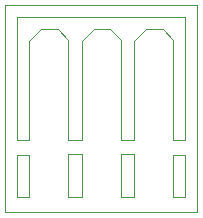
<source format=gko>
G04 #@! TF.FileFunction,Profile,NP*
%FSLAX46Y46*%
G04 Gerber Fmt 4.6, Leading zero omitted, Abs format (unit mm)*
G04 Created by KiCad (PCBNEW (2014-12-04 BZR 5312)-product) date 4/7/2015 10:47:18 PM*
%MOMM*%
G01*
G04 APERTURE LIST*
%ADD10C,0.100000*%
G04 APERTURE END LIST*
D10*
X105918000Y-72644000D02*
X105918000Y-76200000D01*
X121158000Y-77470000D02*
X120650000Y-77470000D01*
X121158000Y-59944000D02*
X121158000Y-77470000D01*
X104902000Y-59944000D02*
X121158000Y-59944000D01*
X104902000Y-77470000D02*
X104902000Y-59944000D01*
X105410000Y-77470000D02*
X104902000Y-77470000D01*
X105918000Y-76200000D02*
X106934000Y-76200000D01*
X105918000Y-72644000D02*
X106934000Y-72644000D01*
X105918000Y-71374000D02*
X106934000Y-71374000D01*
X120142000Y-76200000D02*
X119126000Y-76200000D01*
X120142000Y-72644000D02*
X120142000Y-76200000D01*
X120142000Y-72644000D02*
X119126000Y-72644000D01*
X119126000Y-71374000D02*
X120142000Y-71374000D01*
X120142000Y-60960000D02*
X105918000Y-60960000D01*
X120142000Y-71374000D02*
X120142000Y-60960000D01*
X105918000Y-71374000D02*
X105918000Y-60960000D01*
X119126000Y-71374000D02*
X119126000Y-68326000D01*
X106934000Y-68326000D02*
X106934000Y-71374000D01*
X119126000Y-72644000D02*
X119126000Y-76200000D01*
X106934000Y-72644000D02*
X106934000Y-76200000D01*
X119126000Y-77470000D02*
X120650000Y-77470000D01*
X105410000Y-77470000D02*
X106934000Y-77470000D01*
X115824000Y-76200000D02*
X115824000Y-72517000D01*
X114681000Y-76200000D02*
X115824000Y-76200000D01*
X114681000Y-72517000D02*
X114681000Y-76200000D01*
X115824000Y-71374000D02*
X115824000Y-68326000D01*
X114681000Y-71374000D02*
X115824000Y-71374000D01*
X114681000Y-68326000D02*
X114681000Y-71374000D01*
X111379000Y-76200000D02*
X111379000Y-72517000D01*
X110236000Y-76200000D02*
X111379000Y-76200000D01*
X110236000Y-72517000D02*
X110236000Y-76200000D01*
X111379000Y-71374000D02*
X111379000Y-68199000D01*
X110236000Y-71374000D02*
X111379000Y-71374000D01*
X110236000Y-68199000D02*
X110236000Y-71374000D01*
X114681000Y-77470000D02*
X115824000Y-77470000D01*
X114681000Y-76200000D02*
X115824000Y-76200000D01*
X110236000Y-76200000D02*
X111379000Y-76200000D01*
X110236000Y-77470000D02*
X111379000Y-77470000D01*
X114681000Y-72517000D02*
X115824000Y-72517000D01*
X114681000Y-71374000D02*
X115824000Y-71374000D01*
X110236000Y-72517000D02*
X111379000Y-72517000D01*
X110236000Y-71374000D02*
X111379000Y-71374000D01*
X107950000Y-61976000D02*
X109347000Y-61976000D01*
X110236000Y-62865000D02*
X109347000Y-61976000D01*
X110236000Y-68326000D02*
X110236000Y-62865000D01*
X106934000Y-62992000D02*
X107950000Y-61976000D01*
X106934000Y-68326000D02*
X106934000Y-62992000D01*
X110236000Y-77470000D02*
X106934000Y-77470000D01*
X112395000Y-61976000D02*
X113792000Y-61976000D01*
X114681000Y-62865000D02*
X113792000Y-61976000D01*
X114681000Y-68326000D02*
X114681000Y-62865000D01*
X111379000Y-62992000D02*
X112395000Y-61976000D01*
X111379000Y-68326000D02*
X111379000Y-62992000D01*
X114681000Y-77470000D02*
X111379000Y-77470000D01*
X116840000Y-61976000D02*
X118237000Y-61976000D01*
X119126000Y-62865000D02*
X118237000Y-61976000D01*
X119126000Y-68326000D02*
X119126000Y-62865000D01*
X115824000Y-62992000D02*
X116840000Y-61976000D01*
X115824000Y-68326000D02*
X115824000Y-62992000D01*
X119126000Y-77470000D02*
X115824000Y-77470000D01*
M02*

</source>
